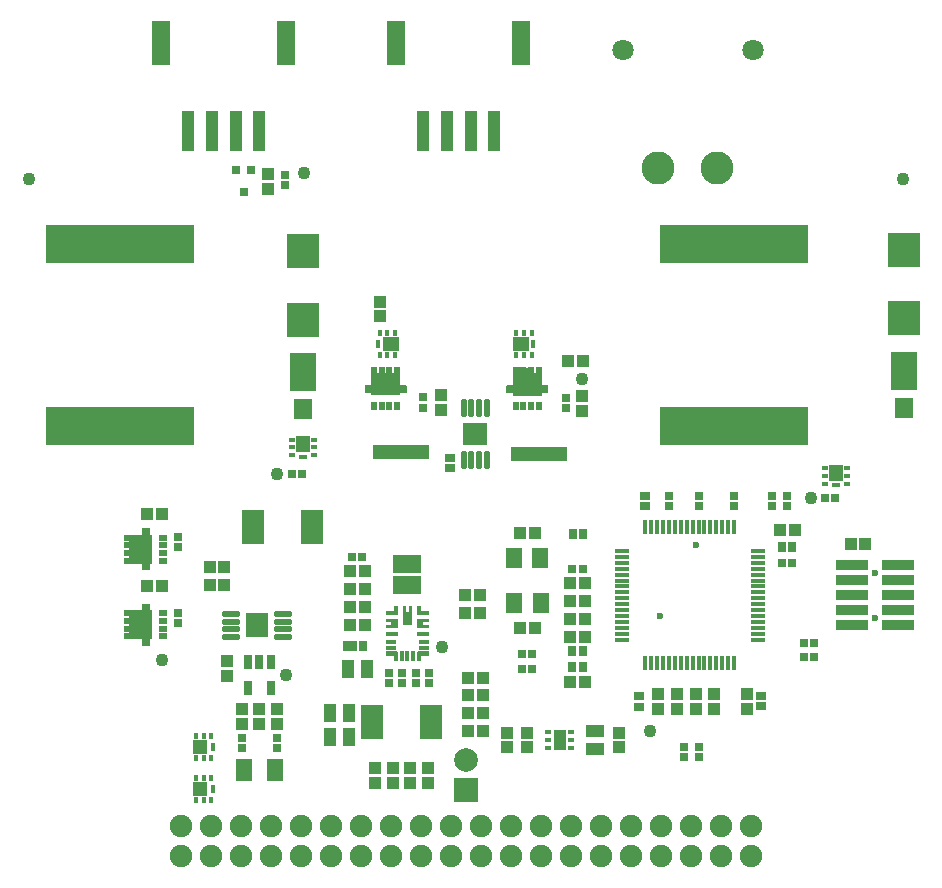
<source format=gbr>
%TF.GenerationSoftware,Altium Limited,Altium Designer,21.6.1 (37)*%
G04 Layer_Color=8388736*
%FSLAX45Y45*%
%MOMM*%
%TF.SameCoordinates,308497C2-864B-4A42-B135-7B231B7309CE*%
%TF.FilePolarity,Negative*%
%TF.FileFunction,Soldermask,Top*%
%TF.Part,Single*%
G01*
G75*
%TA.AperFunction,ComponentPad*%
%ADD78C,1.80000*%
%ADD82C,1.90000*%
%TA.AperFunction,ViaPad*%
%ADD84C,0.50000*%
%ADD85C,0.40000*%
%TA.AperFunction,ComponentPad*%
%ADD96C,2.80000*%
%ADD97R,2.00000X2.00000*%
%ADD98C,2.00000*%
%ADD99C,0.60000*%
%TA.AperFunction,ViaPad*%
%ADD100C,0.60000*%
%TA.AperFunction,SMDPad,SMDef*%
G04:AMPARAMS|DCode=109|XSize=2mm|YSize=1.9mm|CornerRadius=0.05mm|HoleSize=0mm|Usage=FLASHONLY|Rotation=180.000|XOffset=0mm|YOffset=0mm|HoleType=Round|Shape=RoundedRectangle|*
%AMROUNDEDRECTD109*
21,1,2.00000,1.80000,0,0,180.0*
21,1,1.90000,1.90000,0,0,180.0*
1,1,0.10000,-0.95000,0.90000*
1,1,0.10000,0.95000,0.90000*
1,1,0.10000,0.95000,-0.90000*
1,1,0.10000,-0.95000,-0.90000*
%
%ADD109ROUNDEDRECTD109*%
G04:AMPARAMS|DCode=113|XSize=2mm|YSize=1.9mm|CornerRadius=0.05mm|HoleSize=0mm|Usage=FLASHONLY|Rotation=270.000|XOffset=0mm|YOffset=0mm|HoleType=Round|Shape=RoundedRectangle|*
%AMROUNDEDRECTD113*
21,1,2.00000,1.80000,0,0,270.0*
21,1,1.90000,1.90000,0,0,270.0*
1,1,0.10000,-0.90000,-0.95000*
1,1,0.10000,-0.90000,0.95000*
1,1,0.10000,0.90000,0.95000*
1,1,0.10000,0.90000,-0.95000*
%
%ADD113ROUNDEDRECTD113*%
%TA.AperFunction,NonConductor*%
%ADD117R,4.80000X1.30000*%
%TA.AperFunction,SMDPad,CuDef*%
%ADD118R,0.45000X0.76000*%
%ADD119R,0.45000X0.53000*%
%ADD120R,1.35000X1.20000*%
%ADD121R,0.76000X0.45000*%
%ADD122R,0.53000X0.45000*%
%ADD123R,1.20000X1.35000*%
%ADD124R,0.70000X0.65000*%
%ADD125C,1.10000*%
%ADD126R,0.75000X0.65000*%
%ADD127R,1.10000X1.05000*%
%ADD128R,1.10000X3.50000*%
%ADD129R,1.60000X3.70000*%
G04:AMPARAMS|DCode=130|XSize=0.55mm|YSize=0.4mm|CornerRadius=0.11mm|HoleSize=0mm|Usage=FLASHONLY|Rotation=180.000|XOffset=0mm|YOffset=0mm|HoleType=Round|Shape=RoundedRectangle|*
%AMROUNDEDRECTD130*
21,1,0.55000,0.18000,0,0,180.0*
21,1,0.33000,0.40000,0,0,180.0*
1,1,0.22000,-0.16500,0.09000*
1,1,0.22000,0.16500,0.09000*
1,1,0.22000,0.16500,-0.09000*
1,1,0.22000,-0.16500,-0.09000*
%
%ADD130ROUNDEDRECTD130*%
G04:AMPARAMS|DCode=131|XSize=1.1mm|YSize=1.7mm|CornerRadius=0.11mm|HoleSize=0mm|Usage=FLASHONLY|Rotation=180.000|XOffset=0mm|YOffset=0mm|HoleType=Round|Shape=RoundedRectangle|*
%AMROUNDEDRECTD131*
21,1,1.10000,1.48000,0,0,180.0*
21,1,0.88000,1.70000,0,0,180.0*
1,1,0.22000,-0.44000,0.74000*
1,1,0.22000,0.44000,0.74000*
1,1,0.22000,0.44000,-0.74000*
1,1,0.22000,-0.44000,-0.74000*
%
%ADD131ROUNDEDRECTD131*%
%ADD132R,1.60000X1.00000*%
G04:AMPARAMS|DCode=133|XSize=0.55mm|YSize=1.5mm|CornerRadius=0.0995mm|HoleSize=0mm|Usage=FLASHONLY|Rotation=0.000|XOffset=0mm|YOffset=0mm|HoleType=Round|Shape=RoundedRectangle|*
%AMROUNDEDRECTD133*
21,1,0.55000,1.30100,0,0,0.0*
21,1,0.35100,1.50000,0,0,0.0*
1,1,0.19900,0.17550,-0.65050*
1,1,0.19900,-0.17550,-0.65050*
1,1,0.19900,-0.17550,0.65050*
1,1,0.19900,0.17550,0.65050*
%
%ADD133ROUNDEDRECTD133*%
%ADD134R,1.05000X1.10000*%
%ADD135R,0.65000X0.75000*%
%ADD136R,0.52000X0.76000*%
%ADD137R,0.58000X0.58000*%
%ADD138R,12.60000X3.25000*%
%ADD139R,1.62000X1.70000*%
%ADD140R,2.30000X3.30000*%
%ADD141R,0.85000X0.68500*%
%ADD142R,2.70000X2.87000*%
G04:AMPARAMS|DCode=143|XSize=0.55mm|YSize=1.5mm|CornerRadius=0.0995mm|HoleSize=0mm|Usage=FLASHONLY|Rotation=90.000|XOffset=0mm|YOffset=0mm|HoleType=Round|Shape=RoundedRectangle|*
%AMROUNDEDRECTD143*
21,1,0.55000,1.30100,0,0,90.0*
21,1,0.35100,1.50000,0,0,90.0*
1,1,0.19900,0.65050,0.17550*
1,1,0.19900,0.65050,-0.17550*
1,1,0.19900,-0.65050,-0.17550*
1,1,0.19900,-0.65050,0.17550*
%
%ADD143ROUNDEDRECTD143*%
%ADD144R,0.76000X0.52000*%
%ADD145R,0.58000X0.58000*%
%ADD146R,0.40000X0.71000*%
%ADD147R,1.30000X1.15000*%
%ADD148R,0.40000X0.48000*%
%ADD149R,0.35000X0.90000*%
%ADD150R,0.90000X0.35000*%
%ADD151R,1.02500X0.35000*%
%ADD152R,0.30000X0.32000*%
%TA.AperFunction,BGAPad,CuDef*%
%ADD153R,0.20000X0.20000*%
%TA.AperFunction,SMDPad,CuDef*%
%ADD154R,1.90000X2.90000*%
%ADD155R,2.40000X1.50000*%
%ADD156R,0.75000X0.90000*%
%ADD157R,1.15000X0.90000*%
%ADD158R,1.00000X1.60000*%
%ADD159R,0.40000X1.30000*%
%ADD160R,1.30000X0.40000*%
%ADD161R,0.68500X0.85000*%
%ADD162R,1.40000X1.70000*%
%ADD163R,1.35000X1.95000*%
%ADD164R,0.70000X1.30000*%
%ADD165R,2.72000X0.90000*%
G36*
X3438844Y4406928D02*
X3439787Y4406642D01*
X3440655Y4406178D01*
X3441417Y4405554D01*
X3442041Y4404792D01*
X3442506Y4403923D01*
X3442792Y4402981D01*
X3442888Y4402001D01*
Y4252025D01*
X3492364D01*
X3493344Y4251929D01*
X3494287Y4251642D01*
X3495155Y4251178D01*
X3495917Y4250554D01*
X3496541Y4249792D01*
X3497006Y4248923D01*
X3497292Y4247981D01*
X3497388Y4247001D01*
Y4190001D01*
X3497292Y4189021D01*
X3497006Y4188078D01*
X3496541Y4187210D01*
X3495917Y4186448D01*
X3495155Y4185823D01*
X3494287Y4185359D01*
X3493344Y4185073D01*
X3492364Y4184977D01*
X3442888D01*
Y4172001D01*
X3442792Y4171021D01*
X3442506Y4170078D01*
X3442041Y4169210D01*
X3441417Y4168448D01*
X3440655Y4167824D01*
X3439787Y4167359D01*
X3438844Y4167073D01*
X3437864Y4166977D01*
X3200864D01*
X3199884Y4167073D01*
X3198942Y4167359D01*
X3198073Y4167824D01*
X3197312Y4168448D01*
X3196687Y4169210D01*
X3196223Y4170078D01*
X3195937Y4171021D01*
X3195840Y4172001D01*
Y4184977D01*
X3146364D01*
X3145384Y4185073D01*
X3144442Y4185359D01*
X3143573Y4185823D01*
X3142812Y4186448D01*
X3142187Y4187210D01*
X3141723Y4188078D01*
X3141437Y4189021D01*
X3141340Y4190001D01*
Y4247001D01*
X3141437Y4247981D01*
X3141723Y4248923D01*
X3142187Y4249792D01*
X3142812Y4250554D01*
X3143573Y4251178D01*
X3144442Y4251642D01*
X3145384Y4251929D01*
X3146364Y4252025D01*
X3195840D01*
Y4402001D01*
X3195937Y4402981D01*
X3196223Y4403923D01*
X3196687Y4404792D01*
X3197312Y4405554D01*
X3198073Y4406178D01*
X3198942Y4406642D01*
X3199884Y4406928D01*
X3200864Y4407025D01*
X3242864D01*
X3243844Y4406928D01*
X3244787Y4406642D01*
X3245655Y4406178D01*
X3246417Y4405554D01*
X3247042Y4404792D01*
X3247506Y4403923D01*
X3247792Y4402981D01*
X3247888Y4402001D01*
Y4360025D01*
X3260840D01*
Y4402001D01*
X3260937Y4402981D01*
X3261223Y4403923D01*
X3261687Y4404792D01*
X3262311Y4405554D01*
X3263073Y4406178D01*
X3263942Y4406642D01*
X3264884Y4406928D01*
X3265864Y4407025D01*
X3307864D01*
X3308844Y4406928D01*
X3309787Y4406642D01*
X3310655Y4406178D01*
X3311417Y4405554D01*
X3312041Y4404792D01*
X3312506Y4403923D01*
X3312792Y4402981D01*
X3312888Y4402001D01*
Y4360025D01*
X3325840D01*
Y4402001D01*
X3325937Y4402981D01*
X3326223Y4403923D01*
X3326687Y4404792D01*
X3327312Y4405554D01*
X3328073Y4406178D01*
X3328942Y4406642D01*
X3329884Y4406928D01*
X3330864Y4407025D01*
X3372864D01*
X3373844Y4406928D01*
X3374787Y4406642D01*
X3375655Y4406178D01*
X3376417Y4405554D01*
X3377042Y4404792D01*
X3377506Y4403923D01*
X3377792Y4402981D01*
X3377888Y4402001D01*
Y4360025D01*
X3390840D01*
Y4402001D01*
X3390937Y4402981D01*
X3391223Y4403923D01*
X3391687Y4404792D01*
X3392311Y4405554D01*
X3393073Y4406178D01*
X3393942Y4406642D01*
X3394884Y4406928D01*
X3395864Y4407025D01*
X3437864D01*
X3438844Y4406928D01*
D02*
G37*
G36*
X4638844Y4406428D02*
X4639787Y4406142D01*
X4640655Y4405677D01*
X4641417Y4405053D01*
X4642042Y4404291D01*
X4642506Y4403422D01*
X4642792Y4402480D01*
X4642888Y4401500D01*
Y4251524D01*
X4692364D01*
X4693344Y4251428D01*
X4694287Y4251142D01*
X4695155Y4250677D01*
X4695917Y4250053D01*
X4696542Y4249291D01*
X4697006Y4248423D01*
X4697292Y4247480D01*
X4697388Y4246500D01*
Y4189500D01*
X4697292Y4188520D01*
X4697006Y4187577D01*
X4696542Y4186709D01*
X4695917Y4185947D01*
X4695155Y4185323D01*
X4694287Y4184858D01*
X4693344Y4184572D01*
X4692364Y4184476D01*
X4642888D01*
Y4171500D01*
X4642792Y4170520D01*
X4642506Y4169577D01*
X4642042Y4168709D01*
X4641417Y4167947D01*
X4640655Y4167323D01*
X4639787Y4166858D01*
X4638844Y4166572D01*
X4637864Y4166476D01*
X4400864D01*
X4399884Y4166572D01*
X4398942Y4166858D01*
X4398073Y4167323D01*
X4397312Y4167947D01*
X4396687Y4168709D01*
X4396223Y4169577D01*
X4395937Y4170520D01*
X4395840Y4171500D01*
Y4184476D01*
X4346364D01*
X4345384Y4184572D01*
X4344442Y4184858D01*
X4343573Y4185323D01*
X4342812Y4185947D01*
X4342187Y4186709D01*
X4341723Y4187577D01*
X4341437Y4188520D01*
X4341340Y4189500D01*
Y4246500D01*
X4341437Y4247480D01*
X4341723Y4248423D01*
X4342187Y4249291D01*
X4342812Y4250053D01*
X4343573Y4250677D01*
X4344442Y4251142D01*
X4345384Y4251428D01*
X4346364Y4251524D01*
X4395840D01*
Y4401500D01*
X4395937Y4402480D01*
X4396223Y4403422D01*
X4396687Y4404291D01*
X4397312Y4405053D01*
X4398073Y4405677D01*
X4398942Y4406142D01*
X4399884Y4406428D01*
X4400864Y4406524D01*
X4442864D01*
X4443845Y4406428D01*
X4444787Y4406142D01*
X4445656Y4405677D01*
X4446417Y4405053D01*
X4447042Y4404291D01*
X4447506Y4403422D01*
X4447792Y4402480D01*
X4447888Y4401500D01*
Y4359524D01*
X4460840D01*
Y4401500D01*
X4460937Y4402480D01*
X4461223Y4403422D01*
X4461687Y4404291D01*
X4462312Y4405053D01*
X4463073Y4405677D01*
X4463942Y4406142D01*
X4464884Y4406428D01*
X4465864Y4406524D01*
X4507864D01*
X4508844Y4406428D01*
X4509787Y4406142D01*
X4510655Y4405677D01*
X4511417Y4405053D01*
X4512042Y4404291D01*
X4512506Y4403422D01*
X4512792Y4402480D01*
X4512888Y4401500D01*
Y4359524D01*
X4525840D01*
Y4401500D01*
X4525937Y4402480D01*
X4526223Y4403422D01*
X4526687Y4404291D01*
X4527312Y4405053D01*
X4528073Y4405677D01*
X4528942Y4406142D01*
X4529884Y4406428D01*
X4530864Y4406524D01*
X4572864D01*
X4573845Y4406428D01*
X4574787Y4406142D01*
X4575656Y4405677D01*
X4576417Y4405053D01*
X4577042Y4404291D01*
X4577506Y4403422D01*
X4577792Y4402480D01*
X4577888Y4401500D01*
Y4359524D01*
X4590840D01*
Y4401500D01*
X4590937Y4402480D01*
X4591223Y4403422D01*
X4591687Y4404291D01*
X4592312Y4405053D01*
X4593073Y4405677D01*
X4593942Y4406142D01*
X4594884Y4406428D01*
X4595864Y4406524D01*
X4637864D01*
X4638844Y4406428D01*
D02*
G37*
G36*
X1318844Y3042927D02*
X1319787Y3042641D01*
X1320655Y3042177D01*
X1321417Y3041552D01*
X1322041Y3040791D01*
X1322506Y3039922D01*
X1322792Y3038980D01*
X1322888Y3038000D01*
Y2988524D01*
X1335864D01*
X1336844Y2988427D01*
X1337787Y2988141D01*
X1338655Y2987677D01*
X1339417Y2987052D01*
X1340041Y2986291D01*
X1340506Y2985422D01*
X1340792Y2984480D01*
X1340888Y2983500D01*
Y2746500D01*
X1340792Y2745520D01*
X1340506Y2744577D01*
X1340041Y2743709D01*
X1339417Y2742947D01*
X1338655Y2742323D01*
X1337787Y2741858D01*
X1336844Y2741572D01*
X1335864Y2741476D01*
X1322888D01*
Y2692000D01*
X1322792Y2691020D01*
X1322506Y2690077D01*
X1322041Y2689209D01*
X1321417Y2688447D01*
X1320655Y2687823D01*
X1319787Y2687358D01*
X1318844Y2687072D01*
X1317864Y2686976D01*
X1260864D01*
X1259884Y2687072D01*
X1258941Y2687358D01*
X1258073Y2687823D01*
X1257311Y2688447D01*
X1256687Y2689209D01*
X1256222Y2690077D01*
X1255936Y2691020D01*
X1255840Y2692000D01*
Y2741476D01*
X1105864D01*
X1104884Y2741572D01*
X1103941Y2741858D01*
X1103073Y2742323D01*
X1102311Y2742947D01*
X1101687Y2743709D01*
X1101222Y2744577D01*
X1100936Y2745520D01*
X1100840Y2746500D01*
Y2788500D01*
X1100936Y2789480D01*
X1101222Y2790422D01*
X1101687Y2791291D01*
X1102311Y2792053D01*
X1103073Y2792677D01*
X1103941Y2793141D01*
X1104884Y2793427D01*
X1105864Y2793524D01*
X1147840D01*
Y2806476D01*
X1105864D01*
X1104884Y2806572D01*
X1103941Y2806858D01*
X1103073Y2807323D01*
X1102311Y2807947D01*
X1101687Y2808709D01*
X1101222Y2809577D01*
X1100936Y2810520D01*
X1100840Y2811500D01*
Y2853500D01*
X1100936Y2854480D01*
X1101222Y2855422D01*
X1101687Y2856291D01*
X1102311Y2857052D01*
X1103073Y2857677D01*
X1103941Y2858141D01*
X1104884Y2858427D01*
X1105864Y2858524D01*
X1147840D01*
Y2871476D01*
X1105864D01*
X1104884Y2871572D01*
X1103941Y2871858D01*
X1103073Y2872323D01*
X1102311Y2872947D01*
X1101687Y2873709D01*
X1101222Y2874577D01*
X1100936Y2875520D01*
X1100840Y2876500D01*
Y2918500D01*
X1100936Y2919480D01*
X1101222Y2920422D01*
X1101687Y2921291D01*
X1102311Y2922053D01*
X1103073Y2922677D01*
X1103941Y2923141D01*
X1104884Y2923427D01*
X1105864Y2923524D01*
X1147840D01*
Y2936476D01*
X1105864D01*
X1104884Y2936572D01*
X1103941Y2936858D01*
X1103073Y2937323D01*
X1102311Y2937947D01*
X1101687Y2938709D01*
X1101222Y2939577D01*
X1100936Y2940520D01*
X1100840Y2941500D01*
Y2983500D01*
X1100936Y2984480D01*
X1101222Y2985422D01*
X1101687Y2986291D01*
X1102311Y2987052D01*
X1103073Y2987677D01*
X1103941Y2988141D01*
X1104884Y2988427D01*
X1105864Y2988524D01*
X1255840D01*
Y3038000D01*
X1255936Y3038980D01*
X1256222Y3039922D01*
X1256687Y3040791D01*
X1257311Y3041552D01*
X1258073Y3042177D01*
X1258941Y3042641D01*
X1259884Y3042927D01*
X1260864Y3043024D01*
X1317864D01*
X1318844Y3042927D01*
D02*
G37*
G36*
X3540344Y2387428D02*
X3541287Y2387142D01*
X3542155Y2386678D01*
X3542917Y2386053D01*
X3543541Y2385292D01*
X3544006Y2384423D01*
X3544292Y2383481D01*
X3544388Y2382500D01*
Y2232500D01*
X3544292Y2231520D01*
X3544006Y2230578D01*
X3543541Y2229709D01*
X3542917Y2228948D01*
X3542155Y2228323D01*
X3541287Y2227859D01*
X3540344Y2227573D01*
X3539364Y2227476D01*
X3469364D01*
X3468384Y2227573D01*
X3467442Y2227859D01*
X3466573Y2228323D01*
X3465811Y2228948D01*
X3465187Y2229709D01*
X3464723Y2230578D01*
X3464437Y2231520D01*
X3464340Y2232500D01*
Y2382500D01*
X3464437Y2383481D01*
X3464723Y2384423D01*
X3465187Y2385292D01*
X3465811Y2386053D01*
X3466573Y2386678D01*
X3467442Y2387142D01*
X3468384Y2387428D01*
X3469364Y2387525D01*
X3489364D01*
X3490344Y2387428D01*
X3491287Y2387142D01*
X3492155Y2386678D01*
X3492917Y2386053D01*
X3493541Y2385292D01*
X3494006Y2384423D01*
X3494292Y2383481D01*
X3494388Y2382500D01*
Y2337524D01*
X3514340D01*
Y2382500D01*
X3514436Y2383481D01*
X3514722Y2384423D01*
X3515187Y2385292D01*
X3515811Y2386053D01*
X3516573Y2386678D01*
X3517442Y2387142D01*
X3518384Y2387428D01*
X3519364Y2387525D01*
X3539364D01*
X3540344Y2387428D01*
D02*
G37*
G36*
X3617844Y2387428D02*
X3618787Y2387142D01*
X3619655Y2386677D01*
X3620417Y2386053D01*
X3621041Y2385291D01*
X3621506Y2384423D01*
X3621792Y2383480D01*
X3621888Y2382500D01*
Y2340024D01*
X3684364D01*
X3685344Y2339928D01*
X3686287Y2339642D01*
X3687155Y2339177D01*
X3687917Y2338553D01*
X3688541Y2337791D01*
X3689006Y2336923D01*
X3689292Y2335980D01*
X3689388Y2335000D01*
Y2310000D01*
X3689292Y2309020D01*
X3689006Y2308078D01*
X3688541Y2307209D01*
X3687917Y2306448D01*
X3687155Y2305823D01*
X3686287Y2305359D01*
X3685344Y2305073D01*
X3684364Y2304976D01*
X3591864D01*
X3590884Y2305073D01*
X3589942Y2305359D01*
X3589073Y2305823D01*
X3588311Y2306448D01*
X3587687Y2307209D01*
X3587222Y2308078D01*
X3586936Y2309020D01*
X3586840Y2310000D01*
Y2382500D01*
X3586936Y2383480D01*
X3587222Y2384423D01*
X3587687Y2385291D01*
X3588311Y2386053D01*
X3589073Y2386677D01*
X3589942Y2387142D01*
X3590884Y2387428D01*
X3591864Y2387524D01*
X3616864D01*
X3617844Y2387428D01*
D02*
G37*
G36*
X3417844D02*
X3418787Y2387142D01*
X3419655Y2386677D01*
X3420417Y2386053D01*
X3421041Y2385291D01*
X3421506Y2384423D01*
X3421792Y2383480D01*
X3421888Y2382500D01*
Y2310000D01*
X3421792Y2309020D01*
X3421506Y2308078D01*
X3421041Y2307209D01*
X3420417Y2306448D01*
X3419655Y2305823D01*
X3418787Y2305359D01*
X3417844Y2305073D01*
X3416864Y2304976D01*
X3324364D01*
X3323384Y2305073D01*
X3322442Y2305359D01*
X3321573Y2305823D01*
X3320811Y2306448D01*
X3320187Y2307209D01*
X3319723Y2308078D01*
X3319437Y2309020D01*
X3319340Y2310000D01*
Y2335000D01*
X3319437Y2335980D01*
X3319723Y2336923D01*
X3320187Y2337791D01*
X3320811Y2338553D01*
X3321573Y2339177D01*
X3322442Y2339642D01*
X3323384Y2339928D01*
X3324364Y2340024D01*
X3386840D01*
Y2382500D01*
X3386937Y2383480D01*
X3387223Y2384423D01*
X3387687Y2385291D01*
X3388311Y2386053D01*
X3389073Y2386677D01*
X3389942Y2387142D01*
X3390884Y2387428D01*
X3391864Y2387524D01*
X3416864D01*
X3417844Y2387428D01*
D02*
G37*
G36*
X3685344Y2274928D02*
X3686287Y2274642D01*
X3687155Y2274178D01*
X3687917Y2273553D01*
X3688541Y2272791D01*
X3689006Y2271923D01*
X3689292Y2270980D01*
X3689388Y2270000D01*
Y2250000D01*
X3689292Y2249020D01*
X3689006Y2248078D01*
X3688541Y2247209D01*
X3687917Y2246448D01*
X3687155Y2245823D01*
X3686287Y2245359D01*
X3685344Y2245073D01*
X3684364Y2244976D01*
X3639388D01*
Y2225025D01*
X3684364D01*
X3685344Y2224928D01*
X3686287Y2224642D01*
X3687155Y2224178D01*
X3687917Y2223553D01*
X3688541Y2222792D01*
X3689006Y2221923D01*
X3689292Y2220981D01*
X3689388Y2220000D01*
Y2200000D01*
X3689292Y2199020D01*
X3689006Y2198078D01*
X3688541Y2197209D01*
X3687917Y2196448D01*
X3687155Y2195823D01*
X3686287Y2195359D01*
X3685344Y2195073D01*
X3684364Y2194976D01*
X3591864D01*
X3590884Y2195073D01*
X3589942Y2195359D01*
X3589073Y2195823D01*
X3588311Y2196448D01*
X3587687Y2197209D01*
X3587222Y2198078D01*
X3586936Y2199020D01*
X3586840Y2200000D01*
Y2270000D01*
X3586936Y2270980D01*
X3587222Y2271923D01*
X3587687Y2272791D01*
X3588311Y2273553D01*
X3589073Y2274178D01*
X3589942Y2274642D01*
X3590884Y2274928D01*
X3591864Y2275024D01*
X3684364D01*
X3685344Y2274928D01*
D02*
G37*
G36*
X3417844D02*
X3418787Y2274642D01*
X3419655Y2274178D01*
X3420417Y2273553D01*
X3421041Y2272791D01*
X3421506Y2271923D01*
X3421792Y2270980D01*
X3421888Y2270000D01*
Y2200000D01*
X3421792Y2199020D01*
X3421506Y2198078D01*
X3421041Y2197209D01*
X3420417Y2196448D01*
X3419655Y2195823D01*
X3418787Y2195359D01*
X3417844Y2195073D01*
X3416864Y2194976D01*
X3324364D01*
X3323384Y2195073D01*
X3322442Y2195359D01*
X3321573Y2195823D01*
X3320811Y2196448D01*
X3320187Y2197209D01*
X3319723Y2198078D01*
X3319437Y2199020D01*
X3319340Y2200000D01*
Y2220000D01*
X3319437Y2220981D01*
X3319723Y2221923D01*
X3320187Y2222792D01*
X3320811Y2223553D01*
X3321573Y2224178D01*
X3322442Y2224642D01*
X3323384Y2224928D01*
X3324364Y2225025D01*
X3369340D01*
Y2244976D01*
X3324364D01*
X3323384Y2245073D01*
X3322442Y2245359D01*
X3321573Y2245823D01*
X3320811Y2246448D01*
X3320187Y2247209D01*
X3319723Y2248078D01*
X3319437Y2249020D01*
X3319340Y2250000D01*
Y2270000D01*
X3319437Y2270980D01*
X3319723Y2271923D01*
X3320187Y2272791D01*
X3320811Y2273553D01*
X3321573Y2274178D01*
X3322442Y2274642D01*
X3323384Y2274928D01*
X3324364Y2275024D01*
X3416864D01*
X3417844Y2274928D01*
D02*
G37*
G36*
X1318844Y2402928D02*
X1319787Y2402642D01*
X1320655Y2402178D01*
X1321417Y2401553D01*
X1322041Y2400791D01*
X1322506Y2399923D01*
X1322792Y2398980D01*
X1322888Y2398000D01*
Y2348524D01*
X1335864D01*
X1336844Y2348428D01*
X1337787Y2348142D01*
X1338655Y2347678D01*
X1339417Y2347053D01*
X1340041Y2346291D01*
X1340506Y2345423D01*
X1340792Y2344480D01*
X1340888Y2343500D01*
Y2106500D01*
X1340792Y2105520D01*
X1340506Y2104578D01*
X1340041Y2103709D01*
X1339417Y2102948D01*
X1338655Y2102323D01*
X1337787Y2101859D01*
X1336844Y2101573D01*
X1335864Y2101476D01*
X1322888D01*
Y2052000D01*
X1322792Y2051020D01*
X1322506Y2050078D01*
X1322041Y2049209D01*
X1321417Y2048448D01*
X1320655Y2047823D01*
X1319787Y2047359D01*
X1318844Y2047073D01*
X1317864Y2046976D01*
X1260864D01*
X1259884Y2047073D01*
X1258941Y2047359D01*
X1258073Y2047823D01*
X1257311Y2048448D01*
X1256687Y2049209D01*
X1256222Y2050078D01*
X1255936Y2051020D01*
X1255840Y2052000D01*
Y2101476D01*
X1105864D01*
X1104884Y2101573D01*
X1103941Y2101859D01*
X1103073Y2102323D01*
X1102311Y2102948D01*
X1101687Y2103709D01*
X1101222Y2104578D01*
X1100936Y2105520D01*
X1100840Y2106500D01*
Y2148500D01*
X1100936Y2149481D01*
X1101222Y2150423D01*
X1101687Y2151292D01*
X1102311Y2152053D01*
X1103073Y2152678D01*
X1103941Y2153142D01*
X1104884Y2153428D01*
X1105864Y2153525D01*
X1147840D01*
Y2166476D01*
X1105864D01*
X1104884Y2166573D01*
X1103941Y2166859D01*
X1103073Y2167323D01*
X1102311Y2167948D01*
X1101687Y2168709D01*
X1101222Y2169578D01*
X1100936Y2170520D01*
X1100840Y2171500D01*
Y2213500D01*
X1100936Y2214480D01*
X1101222Y2215423D01*
X1101687Y2216291D01*
X1102311Y2217053D01*
X1103073Y2217678D01*
X1103941Y2218142D01*
X1104884Y2218428D01*
X1105864Y2218524D01*
X1147840D01*
Y2231476D01*
X1105864D01*
X1104884Y2231573D01*
X1103941Y2231859D01*
X1103073Y2232323D01*
X1102311Y2232948D01*
X1101687Y2233709D01*
X1101222Y2234578D01*
X1100936Y2235520D01*
X1100840Y2236500D01*
Y2278500D01*
X1100936Y2279481D01*
X1101222Y2280423D01*
X1101687Y2281292D01*
X1102311Y2282053D01*
X1103073Y2282678D01*
X1103941Y2283142D01*
X1104884Y2283428D01*
X1105864Y2283525D01*
X1147840D01*
Y2296476D01*
X1105864D01*
X1104884Y2296573D01*
X1103941Y2296859D01*
X1103073Y2297323D01*
X1102311Y2297948D01*
X1101687Y2298709D01*
X1101222Y2299578D01*
X1100936Y2300520D01*
X1100840Y2301500D01*
Y2343500D01*
X1100936Y2344480D01*
X1101222Y2345423D01*
X1101687Y2346291D01*
X1102311Y2347053D01*
X1103073Y2347678D01*
X1103941Y2348142D01*
X1104884Y2348428D01*
X1105864Y2348524D01*
X1255840D01*
Y2398000D01*
X1255936Y2398980D01*
X1256222Y2399923D01*
X1256687Y2400791D01*
X1257311Y2401553D01*
X1258073Y2402178D01*
X1258941Y2402642D01*
X1259884Y2402928D01*
X1260864Y2403024D01*
X1317864D01*
X1318844Y2402928D01*
D02*
G37*
G36*
X3685344Y1999928D02*
X3686287Y1999642D01*
X3687155Y1999178D01*
X3687917Y1998553D01*
X3688541Y1997792D01*
X3689006Y1996923D01*
X3689292Y1995981D01*
X3689388Y1995001D01*
Y1970001D01*
X3689292Y1969020D01*
X3689006Y1968078D01*
X3688541Y1967209D01*
X3687917Y1966448D01*
X3687155Y1965823D01*
X3686287Y1965359D01*
X3685344Y1965073D01*
X3684364Y1964977D01*
X3621888D01*
Y1922501D01*
X3621792Y1921520D01*
X3621506Y1920578D01*
X3621041Y1919709D01*
X3620417Y1918948D01*
X3619655Y1918323D01*
X3618787Y1917859D01*
X3617844Y1917573D01*
X3616864Y1917476D01*
X3591864D01*
X3590884Y1917573D01*
X3589942Y1917859D01*
X3589073Y1918323D01*
X3588311Y1918948D01*
X3587687Y1919709D01*
X3587222Y1920578D01*
X3586936Y1921520D01*
X3586840Y1922501D01*
Y1995001D01*
X3586936Y1995981D01*
X3587222Y1996923D01*
X3587687Y1997792D01*
X3588311Y1998553D01*
X3589073Y1999178D01*
X3589942Y1999642D01*
X3590884Y1999928D01*
X3591864Y2000025D01*
X3684364D01*
X3685344Y1999928D01*
D02*
G37*
G36*
X3417844Y1999928D02*
X3418787Y1999642D01*
X3419655Y1999178D01*
X3420417Y1998553D01*
X3421041Y1997792D01*
X3421506Y1996923D01*
X3421792Y1995981D01*
X3421888Y1995000D01*
Y1922500D01*
X3421792Y1921520D01*
X3421506Y1920578D01*
X3421041Y1919709D01*
X3420417Y1918948D01*
X3419655Y1918323D01*
X3418787Y1917859D01*
X3417844Y1917573D01*
X3416864Y1917476D01*
X3391864D01*
X3390884Y1917573D01*
X3389942Y1917859D01*
X3389073Y1918323D01*
X3388311Y1918948D01*
X3387687Y1919709D01*
X3387223Y1920578D01*
X3386937Y1921520D01*
X3386840Y1922500D01*
Y1964976D01*
X3324364D01*
X3323384Y1965073D01*
X3322442Y1965359D01*
X3321573Y1965823D01*
X3320811Y1966448D01*
X3320187Y1967209D01*
X3319723Y1968078D01*
X3319437Y1969020D01*
X3319340Y1970000D01*
Y1995000D01*
X3319437Y1995981D01*
X3319723Y1996923D01*
X3320187Y1997792D01*
X3320811Y1998553D01*
X3321573Y1999178D01*
X3322442Y1999642D01*
X3323384Y1999928D01*
X3324364Y2000024D01*
X3416864D01*
X3417844Y1999928D01*
D02*
G37*
D78*
X5329364Y7090000D02*
D03*
X6429364D02*
D03*
D82*
X3621000Y271000D02*
D03*
X3875000D02*
D03*
X4129000D02*
D03*
X4383000D02*
D03*
X4637000D02*
D03*
X4891000D02*
D03*
X5145000D02*
D03*
X5399000D02*
D03*
X5653000D02*
D03*
X6415000Y525000D02*
D03*
X6161000Y271000D02*
D03*
X5907000D02*
D03*
X6161000Y525000D02*
D03*
X3621000D02*
D03*
X3875000D02*
D03*
X4129000D02*
D03*
X4383000D02*
D03*
X4637000D02*
D03*
X4891000D02*
D03*
X5145000D02*
D03*
X5399000D02*
D03*
X5653000D02*
D03*
X5907000D02*
D03*
X6415000Y271000D02*
D03*
X1589000D02*
D03*
X1843000D02*
D03*
X2097000D02*
D03*
X2605000D02*
D03*
X2859000D02*
D03*
X3113000D02*
D03*
X3367000D02*
D03*
X3113000Y525000D02*
D03*
X3367000D02*
D03*
X2859000D02*
D03*
X2351000Y271000D02*
D03*
X1843000Y525000D02*
D03*
X2097000D02*
D03*
X2351000D02*
D03*
X2605000D02*
D03*
X1589000D02*
D03*
D84*
X4076864Y3892500D02*
D03*
Y3782500D02*
D03*
X2171864Y2220000D02*
D03*
X2281864D02*
D03*
D85*
X4794364Y1195000D02*
D03*
Y1305000D02*
D03*
D96*
X6129364Y6090000D02*
D03*
X5629364D02*
D03*
D97*
X4000000Y825500D02*
D03*
D98*
Y1079500D02*
D03*
D99*
X7462576Y2665500D02*
D03*
Y2284500D02*
D03*
D100*
X5950000Y2900000D02*
D03*
X5644364Y2300000D02*
D03*
D109*
X4076864Y3837500D02*
D03*
D113*
X2226864Y2220000D02*
D03*
D117*
X4619364Y3675000D02*
D03*
X3449364Y3685000D02*
D03*
D118*
X3256864Y4600000D02*
D03*
X4569364D02*
D03*
D119*
X3334364Y4693500D02*
D03*
X3269364D02*
D03*
X3399364D02*
D03*
X3334364Y4506500D02*
D03*
X3269364D02*
D03*
X3399364D02*
D03*
X4491865D02*
D03*
X4556864D02*
D03*
X4426864D02*
D03*
X4491865Y4693500D02*
D03*
X4556864D02*
D03*
X4426864D02*
D03*
D120*
X3362864Y4600000D02*
D03*
X4463364D02*
D03*
D121*
X7132364Y3407500D02*
D03*
X2619364Y3650000D02*
D03*
D122*
X7038865Y3485000D02*
D03*
Y3420000D02*
D03*
Y3550000D02*
D03*
X7225864Y3485000D02*
D03*
Y3420000D02*
D03*
Y3550000D02*
D03*
X2525864Y3727500D02*
D03*
Y3662500D02*
D03*
Y3792500D02*
D03*
X2712864Y3727500D02*
D03*
Y3662500D02*
D03*
Y3792500D02*
D03*
D123*
X7132364Y3513500D02*
D03*
X2619364Y3756000D02*
D03*
D124*
X2181969Y6072500D02*
D03*
X2051968D02*
D03*
X2116969Y5887500D02*
D03*
D125*
X2630000Y6050000D02*
D03*
X5559364Y1330000D02*
D03*
X2399364Y3500000D02*
D03*
X6919364Y3300000D02*
D03*
X300000Y6000000D02*
D03*
X7700000D02*
D03*
X4979364Y4310000D02*
D03*
X3799364Y2040000D02*
D03*
X1429364Y1930000D02*
D03*
X2479364Y1800000D02*
D03*
D126*
X2466968Y6032500D02*
D03*
Y5947500D02*
D03*
X4849364Y4142500D02*
D03*
Y4057500D02*
D03*
X3639364Y4150000D02*
D03*
Y4065000D02*
D03*
X1561864Y2972500D02*
D03*
Y2887500D02*
D03*
Y2327501D02*
D03*
Y2242500D02*
D03*
X3349364Y1735001D02*
D03*
Y1820001D02*
D03*
X3454364Y1735001D02*
D03*
Y1820001D02*
D03*
X3579364Y1735001D02*
D03*
Y1820001D02*
D03*
X3684364Y1735001D02*
D03*
Y1820001D02*
D03*
X5969364Y1107500D02*
D03*
Y1192500D02*
D03*
X6719364Y3232500D02*
D03*
Y3317500D02*
D03*
X5844364Y1192500D02*
D03*
Y1107500D02*
D03*
X6594364Y3317500D02*
D03*
Y3232500D02*
D03*
X6269364Y3232500D02*
D03*
Y3317500D02*
D03*
X5969364Y3232500D02*
D03*
Y3317500D02*
D03*
X5719364Y3232500D02*
D03*
Y3317500D02*
D03*
X2401864Y1182500D02*
D03*
Y1267500D02*
D03*
X2101864Y1182500D02*
D03*
Y1267500D02*
D03*
D127*
X2326968Y5917500D02*
D03*
Y6042500D02*
D03*
X5294364Y1312500D02*
D03*
Y1187500D02*
D03*
X4519364Y1312500D02*
D03*
Y1187500D02*
D03*
X4344364Y1312500D02*
D03*
Y1187500D02*
D03*
X3269364Y4837500D02*
D03*
Y4962500D02*
D03*
X4984364Y4037500D02*
D03*
Y4162500D02*
D03*
X3789364Y4167500D02*
D03*
Y4042500D02*
D03*
X5944364Y1637500D02*
D03*
Y1512500D02*
D03*
X6101864D02*
D03*
Y1637500D02*
D03*
X3229364Y890001D02*
D03*
Y1015001D02*
D03*
X3379364Y890001D02*
D03*
Y1015001D02*
D03*
X3529364Y890001D02*
D03*
Y1015001D02*
D03*
X3679364Y890001D02*
D03*
Y1015001D02*
D03*
X6376864Y1512500D02*
D03*
Y1637500D02*
D03*
X5626865D02*
D03*
Y1512500D02*
D03*
X5786864D02*
D03*
Y1637500D02*
D03*
X2101864Y1387500D02*
D03*
Y1512500D02*
D03*
X2401864D02*
D03*
Y1387500D02*
D03*
X2251864Y1512500D02*
D03*
Y1387500D02*
D03*
X1976864Y1920000D02*
D03*
Y1795000D02*
D03*
D128*
X4239364Y6405000D02*
D03*
X4039364D02*
D03*
X3839364D02*
D03*
X3639364D02*
D03*
X2249364D02*
D03*
X2049364D02*
D03*
X1849364D02*
D03*
X1649364D02*
D03*
D129*
X4469364Y7155000D02*
D03*
X3409364D02*
D03*
X2479364D02*
D03*
X1419364D02*
D03*
D130*
X4891864Y1250000D02*
D03*
Y1315000D02*
D03*
X4696864D02*
D03*
Y1185000D02*
D03*
X4891864D02*
D03*
X4696864Y1250000D02*
D03*
D131*
X4794364D02*
D03*
D132*
X5094364Y1330000D02*
D03*
Y1170000D02*
D03*
D133*
X3979364Y3617500D02*
D03*
X4044364D02*
D03*
X4174364D02*
D03*
X4109364D02*
D03*
X3979364Y4057500D02*
D03*
X4044364D02*
D03*
X4109364D02*
D03*
X4174364D02*
D03*
D134*
X4989364Y4455000D02*
D03*
X4864364D02*
D03*
X1301864Y3165000D02*
D03*
X1426864D02*
D03*
Y2555000D02*
D03*
X1301864D02*
D03*
X4116864Y2327501D02*
D03*
X3991864D02*
D03*
X3994364Y2480000D02*
D03*
X4119364D02*
D03*
X4141864Y1777500D02*
D03*
X4016864D02*
D03*
X4141864Y1627500D02*
D03*
X4016864D02*
D03*
X4141864Y1477500D02*
D03*
X4016864D02*
D03*
X4141864Y1327500D02*
D03*
X4016864D02*
D03*
X1954364Y2565000D02*
D03*
X1829364D02*
D03*
X1954364Y2715000D02*
D03*
X1829364D02*
D03*
X3141864Y2677500D02*
D03*
X3016864D02*
D03*
X3141864Y2527500D02*
D03*
X3016864D02*
D03*
X3141864Y2227500D02*
D03*
X3016864D02*
D03*
X3141864Y2377500D02*
D03*
X3016864D02*
D03*
X4881865Y1740000D02*
D03*
X5006865D02*
D03*
X6781864Y3030000D02*
D03*
X6656864D02*
D03*
X4456865Y2200000D02*
D03*
X4581865D02*
D03*
X4881865Y2575000D02*
D03*
X5006865D02*
D03*
X4881865Y2125000D02*
D03*
X5006865D02*
D03*
X4881865Y2425000D02*
D03*
X5006865D02*
D03*
X4881865Y2275000D02*
D03*
X5006865D02*
D03*
X4581865Y3000000D02*
D03*
X4456865D02*
D03*
X7256864Y2910000D02*
D03*
X7381864D02*
D03*
D135*
X2526864Y3500000D02*
D03*
X2611864D02*
D03*
X7121864Y3300000D02*
D03*
X7036864D02*
D03*
X3036864Y2802501D02*
D03*
X3121864D02*
D03*
X6944364Y2070000D02*
D03*
X6859364D02*
D03*
Y1950000D02*
D03*
X6944364D02*
D03*
X4561864Y1975000D02*
D03*
X4476864D02*
D03*
X6676864Y2750000D02*
D03*
X6761865D02*
D03*
X4986865Y2700000D02*
D03*
X4901865D02*
D03*
X4561864Y1850000D02*
D03*
X4476864D02*
D03*
D136*
X4421864Y4074500D02*
D03*
X4551864D02*
D03*
X4616864D02*
D03*
X4486864D02*
D03*
X3286864Y4075001D02*
D03*
X3416864D02*
D03*
X3351864D02*
D03*
X3221864D02*
D03*
D137*
X4519364Y4218000D02*
D03*
X3319364Y4218501D02*
D03*
D138*
X1069364Y5447500D02*
D03*
Y3912500D02*
D03*
X6269364Y5447500D02*
D03*
Y3912500D02*
D03*
D139*
X2619364Y4054000D02*
D03*
X7709364Y4064000D02*
D03*
D140*
X2619364Y4366000D02*
D03*
X7709364Y4376000D02*
D03*
D141*
X3866864Y3638250D02*
D03*
Y3551750D02*
D03*
X6499364Y1536750D02*
D03*
Y1623250D02*
D03*
X5469364Y1531750D02*
D03*
Y1618250D02*
D03*
X5519364Y3318250D02*
D03*
Y3231750D02*
D03*
D142*
X2619364Y4810000D02*
D03*
Y5390000D02*
D03*
X7709364Y4820000D02*
D03*
Y5400000D02*
D03*
D143*
X2446864Y2122500D02*
D03*
Y2187500D02*
D03*
Y2317500D02*
D03*
Y2252500D02*
D03*
X2006864Y2122500D02*
D03*
Y2187500D02*
D03*
Y2252500D02*
D03*
Y2317500D02*
D03*
D144*
X1432864Y2832500D02*
D03*
Y2962500D02*
D03*
Y2897500D02*
D03*
Y2767500D02*
D03*
Y2192500D02*
D03*
Y2322500D02*
D03*
Y2257500D02*
D03*
Y2127500D02*
D03*
D145*
X1289364Y2865000D02*
D03*
Y2225000D02*
D03*
D146*
X1856864Y833500D02*
D03*
Y1190000D02*
D03*
D147*
X1750864Y833500D02*
D03*
Y1190000D02*
D03*
D148*
X1844364Y927000D02*
D03*
Y740000D02*
D03*
X1779364Y927000D02*
D03*
X1714364D02*
D03*
Y740000D02*
D03*
X1779364D02*
D03*
Y1096500D02*
D03*
X1714364D02*
D03*
Y1283500D02*
D03*
X1779364D02*
D03*
X1844364Y1096500D02*
D03*
Y1283500D02*
D03*
D149*
X3504364Y1962501D02*
D03*
X3454364D02*
D03*
X3554364D02*
D03*
D150*
X3644364Y2082500D02*
D03*
X3364364D02*
D03*
Y2032500D02*
D03*
X3644364D02*
D03*
D151*
X3638114Y2147500D02*
D03*
X3370614D02*
D03*
D152*
X3340244Y1982007D02*
D03*
X3340284Y2322701D02*
D03*
X3668013Y2322880D02*
D03*
X3665843Y1982048D02*
D03*
D153*
X3333814Y2209502D02*
D03*
X3672557Y2209925D02*
D03*
X3529634Y2374541D02*
D03*
X3479021Y2374793D02*
D03*
X3672280Y2260440D02*
D03*
X3335497Y2259961D02*
D03*
D154*
X3704364Y1402501D02*
D03*
X3204364D02*
D03*
X2194364Y3055000D02*
D03*
X2694364D02*
D03*
D155*
X3504364Y2562500D02*
D03*
Y2742500D02*
D03*
D156*
X3126864Y2050000D02*
D03*
D157*
X3021864D02*
D03*
D158*
X2999364Y1852500D02*
D03*
X3159364D02*
D03*
X2849364Y1477500D02*
D03*
X3009364D02*
D03*
X2849364Y1277500D02*
D03*
X3009364D02*
D03*
D159*
X5569364Y1900000D02*
D03*
X5619364D02*
D03*
X5669364D02*
D03*
X5719364D02*
D03*
X5769364D02*
D03*
X5819364D02*
D03*
X5869364D02*
D03*
X5919364D02*
D03*
X5969364D02*
D03*
X6019364D02*
D03*
X6069364D02*
D03*
X6119364D02*
D03*
X6169364D02*
D03*
X6219364D02*
D03*
X6269364D02*
D03*
X5519364D02*
D03*
X5569364Y3050000D02*
D03*
X5619364D02*
D03*
X5669364D02*
D03*
X5719364D02*
D03*
X5769364D02*
D03*
X5819364D02*
D03*
X5869364D02*
D03*
X5919364D02*
D03*
X5969364D02*
D03*
X6019364D02*
D03*
X6069364D02*
D03*
X6119364D02*
D03*
X6169364D02*
D03*
X6219364D02*
D03*
X6269364D02*
D03*
X5519364D02*
D03*
D160*
X5319364Y2850000D02*
D03*
X5319365Y2100000D02*
D03*
Y2150000D02*
D03*
Y2200000D02*
D03*
Y2250000D02*
D03*
Y2300000D02*
D03*
Y2350000D02*
D03*
Y2400000D02*
D03*
Y2450000D02*
D03*
Y2500000D02*
D03*
Y2550000D02*
D03*
Y2600000D02*
D03*
Y2650000D02*
D03*
Y2700000D02*
D03*
Y2750000D02*
D03*
Y2800000D02*
D03*
X6469365D02*
D03*
Y2750000D02*
D03*
Y2700000D02*
D03*
Y2650000D02*
D03*
Y2600000D02*
D03*
Y2550000D02*
D03*
Y2500000D02*
D03*
Y2450000D02*
D03*
Y2400000D02*
D03*
Y2350000D02*
D03*
Y2300000D02*
D03*
Y2250000D02*
D03*
Y2200000D02*
D03*
Y2150000D02*
D03*
Y2100000D02*
D03*
Y2850000D02*
D03*
D161*
X4992614Y2990000D02*
D03*
X4906114D02*
D03*
X6762615Y2880000D02*
D03*
X6676114D02*
D03*
X4901115Y1870000D02*
D03*
X4987615D02*
D03*
X4901115Y2000000D02*
D03*
X4987615D02*
D03*
D162*
X4404365Y2410000D02*
D03*
Y2790000D02*
D03*
X4634365Y2410000D02*
D03*
X4630864Y2790000D02*
D03*
D163*
X2124364Y1000000D02*
D03*
X2379364D02*
D03*
D164*
X2346864Y1690000D02*
D03*
X2156864D02*
D03*
Y1910000D02*
D03*
X2251864D02*
D03*
X2346864D02*
D03*
D165*
X7656576Y2221000D02*
D03*
Y2348000D02*
D03*
Y2475000D02*
D03*
Y2602000D02*
D03*
Y2729000D02*
D03*
X7268576Y2221000D02*
D03*
Y2348000D02*
D03*
Y2475000D02*
D03*
Y2602000D02*
D03*
Y2729000D02*
D03*
%TF.MD5,da46e1d92cabf5c0a29c8aa2baa024be*%
M02*

</source>
